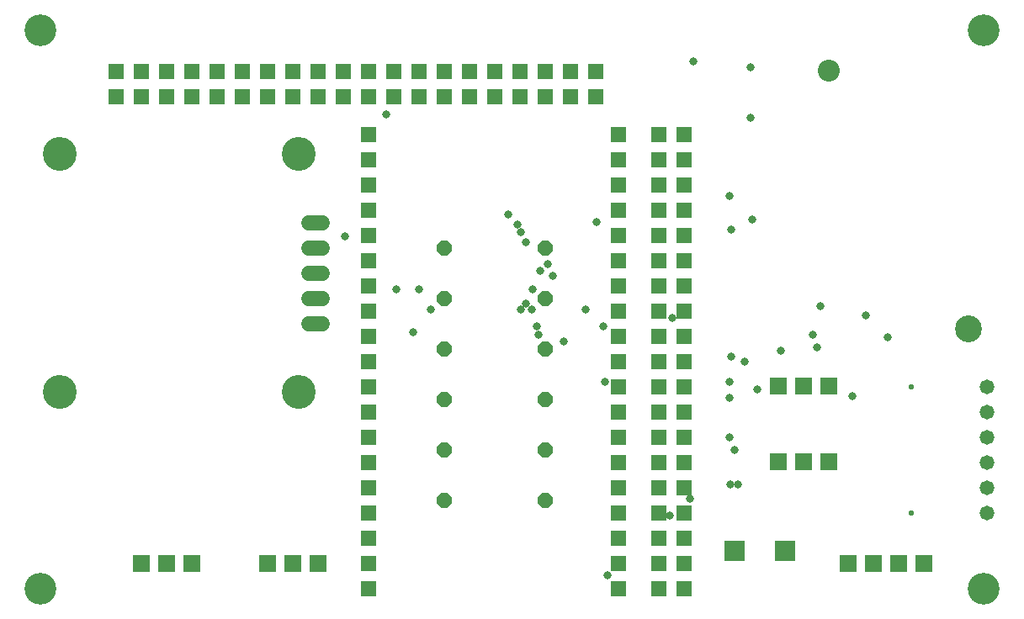
<source format=gbr>
G04 EAGLE Gerber RS-274X export*
G75*
%MOMM*%
%FSLAX34Y34*%
%LPD*%
%INSoldermask Bottom*%
%IPPOS*%
%AMOC8*
5,1,8,0,0,1.08239X$1,22.5*%
G01*
%ADD10C,3.203200*%
%ADD11R,1.703200X1.703200*%
%ADD12R,1.711200X1.711200*%
%ADD13C,3.403200*%
%ADD14C,1.511200*%
%ADD15C,2.703200*%
%ADD16C,2.203200*%
%ADD17R,1.511200X1.511200*%
%ADD18R,1.625600X1.625600*%
%ADD19R,2.003200X2.003200*%
%ADD20R,1.561200X1.561200*%
%ADD21C,1.473200*%
%ADD22C,0.553200*%
%ADD23P,1.649562X8X22.500000*%
%ADD24C,0.809600*%


D10*
X25400Y25400D03*
X25400Y587300D03*
X974600Y587300D03*
X974600Y25400D03*
D11*
X819000Y229400D03*
X793600Y229400D03*
X768300Y229400D03*
X819000Y153200D03*
X793600Y153200D03*
X768300Y153200D03*
D12*
X254000Y50800D03*
X304800Y50800D03*
X279400Y50800D03*
X127000Y50800D03*
X177800Y50800D03*
X152400Y50800D03*
D13*
X45100Y462900D03*
X285100Y462900D03*
X285100Y222900D03*
X45100Y222900D03*
D14*
X295720Y393700D02*
X308800Y393700D01*
X308800Y368300D02*
X295720Y368300D01*
X295720Y342900D02*
X308800Y342900D01*
X308800Y317500D02*
X295720Y317500D01*
X295720Y292100D02*
X308800Y292100D01*
D15*
X959000Y286400D03*
D16*
X819000Y546400D03*
D17*
X647700Y482600D03*
X647700Y457200D03*
X647700Y431800D03*
X647700Y406400D03*
X647700Y381000D03*
X647700Y355600D03*
X647700Y330200D03*
X647700Y304800D03*
X647700Y279400D03*
X647700Y254000D03*
X647700Y228600D03*
X647700Y203200D03*
X647700Y177800D03*
X647700Y152400D03*
X647700Y127000D03*
X647700Y101600D03*
X647700Y76200D03*
X647700Y50800D03*
X647700Y25400D03*
X673100Y482600D03*
X673100Y457200D03*
X673100Y431800D03*
X673100Y406400D03*
X673100Y381000D03*
X673100Y355600D03*
X673100Y330200D03*
X673100Y304800D03*
X673100Y279400D03*
X673100Y254000D03*
X673100Y228600D03*
X673100Y203200D03*
X673100Y177800D03*
X673100Y152400D03*
X673100Y127000D03*
X673100Y101600D03*
X673100Y76200D03*
X673100Y50800D03*
X673100Y25400D03*
D18*
X101600Y546100D03*
X127000Y546100D03*
X152400Y546100D03*
X177800Y546100D03*
X203200Y546100D03*
X228600Y546100D03*
X254000Y546100D03*
X279400Y546100D03*
X304800Y546100D03*
X330200Y546100D03*
X355600Y546100D03*
X381000Y546100D03*
X406400Y546100D03*
X431800Y546100D03*
X457200Y546100D03*
X482600Y546100D03*
X508000Y546100D03*
X533400Y546100D03*
X558800Y546100D03*
X584200Y546100D03*
X584200Y520700D03*
X558800Y520700D03*
X533400Y520700D03*
X508000Y520700D03*
X482600Y520700D03*
X457200Y520700D03*
X431800Y520700D03*
X406400Y520700D03*
X381000Y520700D03*
X355600Y520700D03*
X330200Y520700D03*
X304800Y520700D03*
X279400Y520700D03*
X254000Y520700D03*
X228600Y520700D03*
X203200Y520700D03*
X177800Y520700D03*
X152400Y520700D03*
X127000Y520700D03*
X101600Y520700D03*
D19*
X774700Y63500D03*
X723900Y63500D03*
D12*
X838200Y50800D03*
X914400Y50800D03*
X863600Y50800D03*
X889000Y50800D03*
D20*
X355600Y25400D03*
X355600Y50800D03*
X355600Y76200D03*
X355600Y101600D03*
X355600Y127000D03*
X355600Y152400D03*
X355600Y177800D03*
X355600Y203200D03*
X355600Y228600D03*
X355600Y254000D03*
X355600Y279400D03*
X355600Y304800D03*
X355600Y330200D03*
X355600Y355600D03*
X355600Y381000D03*
X355600Y406400D03*
X355600Y431800D03*
X355600Y457200D03*
X355600Y482600D03*
X607300Y25400D03*
X607300Y50800D03*
X607300Y76200D03*
X607300Y101600D03*
X607300Y127000D03*
X607300Y152400D03*
X607300Y177800D03*
X607300Y203200D03*
X607300Y228600D03*
X607300Y254000D03*
X607300Y279400D03*
X607300Y304800D03*
X607300Y330200D03*
X607300Y355600D03*
X607300Y381000D03*
X607300Y406400D03*
X607300Y431800D03*
X607300Y457200D03*
X607300Y482600D03*
D21*
X977900Y101600D03*
X977900Y127000D03*
X977900Y152400D03*
X977900Y177800D03*
X977900Y203200D03*
X977900Y228600D03*
D22*
X901700Y101600D03*
X901700Y228600D03*
D23*
X431800Y368300D03*
X533400Y368300D03*
X431800Y317500D03*
X533400Y317500D03*
X431800Y266700D03*
X533400Y266700D03*
X431800Y215900D03*
X533400Y215900D03*
X431800Y165100D03*
X533400Y165100D03*
X431800Y114300D03*
X533400Y114300D03*
D24*
X373380Y502158D03*
X528066Y345186D03*
X541020Y339852D03*
X574548Y306324D03*
X592074Y288798D03*
X718566Y177546D03*
X718566Y217170D03*
X678942Y115824D03*
X519684Y306324D03*
X595884Y38862D03*
X723900Y164592D03*
X718566Y233172D03*
X746760Y225552D03*
X733806Y253746D03*
X661416Y297942D03*
X877824Y278130D03*
X770382Y264414D03*
X856488Y300228D03*
X720090Y130302D03*
X810768Y309372D03*
X682752Y555498D03*
X802386Y280416D03*
X400812Y283464D03*
X406146Y326136D03*
X383286Y326136D03*
X332232Y379476D03*
X720852Y259080D03*
X552450Y274320D03*
X509016Y384048D03*
X509016Y306324D03*
X526542Y280416D03*
X514350Y374142D03*
X514350Y312420D03*
X525018Y289560D03*
X593598Y233172D03*
X739902Y550164D03*
X496062Y401574D03*
X739902Y499110D03*
X505968Y391668D03*
X718566Y420624D03*
X536448Y352044D03*
X520446Y326136D03*
X742188Y397002D03*
X720852Y386334D03*
X585216Y393954D03*
X418338Y306324D03*
X806958Y268224D03*
X842772Y218694D03*
X727710Y130302D03*
X659130Y99060D03*
M02*

</source>
